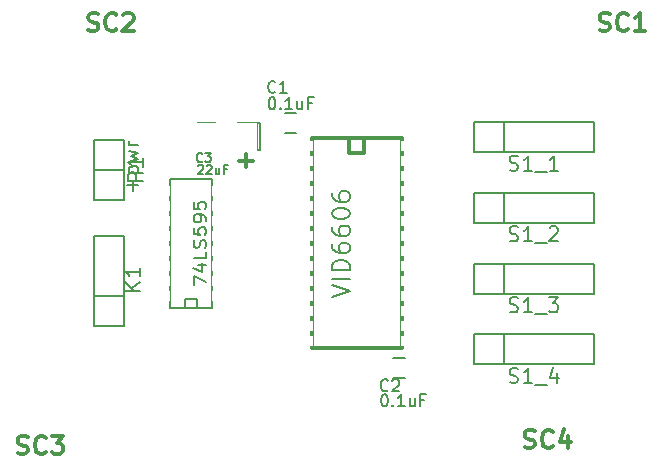
<source format=gto>
%FSLAX46Y46*%
G04 Gerber Fmt 4.6, Leading zero omitted, Abs format (unit mm)*
G04 Created by KiCad (PCBNEW (2014-09-22 BZR 5144)-product) date 10/3/2014 22:36:59*
%MOMM*%
G01*
G04 APERTURE LIST*
%ADD10C,0.100000*%
%ADD11C,0.200000*%
%ADD12C,0.300000*%
%ADD13C,0.150000*%
%ADD14C,0.203200*%
%ADD15C,0.127000*%
%ADD16C,0.304800*%
%ADD17C,0.152400*%
%ADD18R,1.920000X1.920000*%
%ADD19O,1.920000X1.920000*%
%ADD20R,1.543000X0.908000*%
%ADD21R,1.400000X1.650000*%
%ADD22R,1.924000X2.432000*%
%ADD23C,1.920000*%
%ADD24C,3.400000*%
%ADD25R,1.670000X0.908000*%
G04 APERTURE END LIST*
D10*
D11*
X164042714Y-100552000D02*
X164042714Y-99637714D01*
X164499857Y-100094857D02*
X163585571Y-100094857D01*
X163699857Y-99066286D02*
X164899857Y-99066286D01*
X163757000Y-99066286D02*
X163699857Y-98952000D01*
X163699857Y-98723429D01*
X163757000Y-98609143D01*
X163814143Y-98552000D01*
X163928429Y-98494857D01*
X164271286Y-98494857D01*
X164385571Y-98552000D01*
X164442714Y-98609143D01*
X164499857Y-98723429D01*
X164499857Y-98952000D01*
X164442714Y-99066286D01*
X163699857Y-98094857D02*
X164499857Y-97866286D01*
X163928429Y-97637715D01*
X164499857Y-97409143D01*
X163699857Y-97180572D01*
X164499857Y-96723429D02*
X163699857Y-96723429D01*
X163928429Y-96723429D02*
X163814143Y-96666286D01*
X163757000Y-96609143D01*
X163699857Y-96494857D01*
X163699857Y-96380572D01*
D12*
X173037572Y-98024143D02*
X174180429Y-98024143D01*
X173609000Y-98595571D02*
X173609000Y-97452714D01*
D13*
X163270000Y-98800000D02*
X160730000Y-98800000D01*
X163270000Y-101340000D02*
X160730000Y-101340000D01*
X160730000Y-101340000D02*
X160730000Y-98800000D01*
X160730000Y-98800000D02*
X160730000Y-96260000D01*
X160730000Y-96260000D02*
X163270000Y-96260000D01*
X163270000Y-96260000D02*
X163270000Y-101340000D01*
D14*
X167222000Y-110461000D02*
X167222000Y-99539000D01*
X167222000Y-99539000D02*
X170778000Y-99539000D01*
X170778000Y-99539000D02*
X170778000Y-110461000D01*
X170778000Y-110461000D02*
X167222000Y-110461000D01*
X168492000Y-110461000D02*
X168492000Y-109699000D01*
X168492000Y-109699000D02*
X169508000Y-109699000D01*
X169508000Y-109699000D02*
X169508000Y-110461000D01*
D13*
X176900000Y-95650000D02*
X177900000Y-95650000D01*
X177900000Y-93950000D02*
X176900000Y-93950000D01*
X187100000Y-114750000D02*
X186100000Y-114750000D01*
X186100000Y-116450000D02*
X187100000Y-116450000D01*
D15*
X174540000Y-97143000D02*
X174794000Y-97143000D01*
X174794000Y-97143000D02*
X174794000Y-94857000D01*
X174794000Y-94857000D02*
X174540000Y-94857000D01*
X174540000Y-97143000D02*
X174540000Y-94857000D01*
X174540000Y-94857000D02*
X172889000Y-94857000D01*
X171111000Y-97143000D02*
X169460000Y-97143000D01*
X169460000Y-97143000D02*
X169460000Y-94857000D01*
X169460000Y-94857000D02*
X171111000Y-94857000D01*
X172889000Y-97143000D02*
X174540000Y-97143000D01*
D13*
X160730000Y-109470000D02*
X160730000Y-104390000D01*
X160730000Y-104390000D02*
X163270000Y-104390000D01*
X163270000Y-104390000D02*
X163270000Y-109470000D01*
X163270000Y-112010000D02*
X163270000Y-109470000D01*
X163270000Y-109470000D02*
X160730000Y-109470000D01*
X163270000Y-112010000D02*
X160730000Y-112010000D01*
X160730000Y-112010000D02*
X160730000Y-109470000D01*
X195460000Y-94730000D02*
X203080000Y-94730000D01*
X195460000Y-97270000D02*
X203080000Y-97270000D01*
X192920000Y-97270000D02*
X195460000Y-97270000D01*
X203080000Y-94730000D02*
X203080000Y-97270000D01*
X195460000Y-97270000D02*
X195460000Y-94730000D01*
X192920000Y-97270000D02*
X192920000Y-94730000D01*
X192920000Y-94730000D02*
X195460000Y-94730000D01*
X195460000Y-100730000D02*
X203080000Y-100730000D01*
X195460000Y-103270000D02*
X203080000Y-103270000D01*
X192920000Y-103270000D02*
X195460000Y-103270000D01*
X203080000Y-100730000D02*
X203080000Y-103270000D01*
X195460000Y-103270000D02*
X195460000Y-100730000D01*
X192920000Y-103270000D02*
X192920000Y-100730000D01*
X192920000Y-100730000D02*
X195460000Y-100730000D01*
X195460000Y-106730000D02*
X203080000Y-106730000D01*
X195460000Y-109270000D02*
X203080000Y-109270000D01*
X192920000Y-109270000D02*
X195460000Y-109270000D01*
X203080000Y-106730000D02*
X203080000Y-109270000D01*
X195460000Y-109270000D02*
X195460000Y-106730000D01*
X192920000Y-109270000D02*
X192920000Y-106730000D01*
X192920000Y-106730000D02*
X195460000Y-106730000D01*
X195460000Y-112730000D02*
X203080000Y-112730000D01*
X195460000Y-115270000D02*
X203080000Y-115270000D01*
X192920000Y-115270000D02*
X195460000Y-115270000D01*
X203080000Y-112730000D02*
X203080000Y-115270000D01*
X195460000Y-115270000D02*
X195460000Y-112730000D01*
X192920000Y-115270000D02*
X192920000Y-112730000D01*
X192920000Y-112730000D02*
X195460000Y-112730000D01*
D16*
X185540000Y-113890000D02*
X179190000Y-113890000D01*
X179190000Y-113890000D02*
X179190000Y-96110000D01*
X179190000Y-96110000D02*
X186810000Y-96110000D01*
X186810000Y-96110000D02*
X186810000Y-113890000D01*
X186810000Y-113890000D02*
X185540000Y-113890000D01*
X183635000Y-96110000D02*
X183635000Y-97380000D01*
X183635000Y-97380000D02*
X182365000Y-97380000D01*
X182365000Y-97380000D02*
X182365000Y-96110000D01*
D14*
X164912524Y-99743381D02*
X163642524Y-99743381D01*
X163642524Y-99259572D01*
X163703000Y-99138619D01*
X163763476Y-99078143D01*
X163884429Y-99017667D01*
X164065857Y-99017667D01*
X164186810Y-99078143D01*
X164247286Y-99138619D01*
X164307762Y-99259572D01*
X164307762Y-99743381D01*
X164912524Y-97808143D02*
X164912524Y-98533857D01*
X164912524Y-98171000D02*
X163642524Y-98171000D01*
X163823952Y-98291952D01*
X163944905Y-98412905D01*
X164005381Y-98533857D01*
D15*
X169205619Y-108565070D02*
X169205619Y-107803070D01*
X170221619Y-108292927D01*
X169544286Y-106877785D02*
X170221619Y-106877785D01*
X169157238Y-107149928D02*
X169882952Y-107422071D01*
X169882952Y-106714499D01*
X170221619Y-105734785D02*
X170221619Y-106279071D01*
X169205619Y-106279071D01*
X170173238Y-105408214D02*
X170221619Y-105244928D01*
X170221619Y-104972785D01*
X170173238Y-104863928D01*
X170124857Y-104809499D01*
X170028095Y-104755071D01*
X169931333Y-104755071D01*
X169834571Y-104809499D01*
X169786190Y-104863928D01*
X169737810Y-104972785D01*
X169689429Y-105190499D01*
X169641048Y-105299357D01*
X169592667Y-105353785D01*
X169495905Y-105408214D01*
X169399143Y-105408214D01*
X169302381Y-105353785D01*
X169254000Y-105299357D01*
X169205619Y-105190499D01*
X169205619Y-104918357D01*
X169254000Y-104755071D01*
X169205619Y-103720928D02*
X169205619Y-104265214D01*
X169689429Y-104319643D01*
X169641048Y-104265214D01*
X169592667Y-104156357D01*
X169592667Y-103884214D01*
X169641048Y-103775357D01*
X169689429Y-103720928D01*
X169786190Y-103666500D01*
X170028095Y-103666500D01*
X170124857Y-103720928D01*
X170173238Y-103775357D01*
X170221619Y-103884214D01*
X170221619Y-104156357D01*
X170173238Y-104265214D01*
X170124857Y-104319643D01*
X170221619Y-103122215D02*
X170221619Y-102904500D01*
X170173238Y-102795643D01*
X170124857Y-102741215D01*
X169979714Y-102632357D01*
X169786190Y-102577929D01*
X169399143Y-102577929D01*
X169302381Y-102632357D01*
X169254000Y-102686786D01*
X169205619Y-102795643D01*
X169205619Y-103013357D01*
X169254000Y-103122215D01*
X169302381Y-103176643D01*
X169399143Y-103231072D01*
X169641048Y-103231072D01*
X169737810Y-103176643D01*
X169786190Y-103122215D01*
X169834571Y-103013357D01*
X169834571Y-102795643D01*
X169786190Y-102686786D01*
X169737810Y-102632357D01*
X169641048Y-102577929D01*
X169205619Y-101543786D02*
X169205619Y-102088072D01*
X169689429Y-102142501D01*
X169641048Y-102088072D01*
X169592667Y-101979215D01*
X169592667Y-101707072D01*
X169641048Y-101598215D01*
X169689429Y-101543786D01*
X169786190Y-101489358D01*
X170028095Y-101489358D01*
X170124857Y-101543786D01*
X170173238Y-101598215D01*
X170221619Y-101707072D01*
X170221619Y-101979215D01*
X170173238Y-102088072D01*
X170124857Y-102142501D01*
D13*
X176109334Y-92178143D02*
X176061715Y-92225762D01*
X175918858Y-92273381D01*
X175823620Y-92273381D01*
X175680762Y-92225762D01*
X175585524Y-92130524D01*
X175537905Y-92035286D01*
X175490286Y-91844810D01*
X175490286Y-91701952D01*
X175537905Y-91511476D01*
X175585524Y-91416238D01*
X175680762Y-91321000D01*
X175823620Y-91273381D01*
X175918858Y-91273381D01*
X176061715Y-91321000D01*
X176109334Y-91368619D01*
X177061715Y-92273381D02*
X176490286Y-92273381D01*
X176776000Y-92273381D02*
X176776000Y-91273381D01*
X176680762Y-91416238D01*
X176585524Y-91511476D01*
X176490286Y-91559095D01*
X175776143Y-92670381D02*
X175871382Y-92670381D01*
X175966620Y-92718000D01*
X176014239Y-92765619D01*
X176061858Y-92860857D01*
X176109477Y-93051333D01*
X176109477Y-93289429D01*
X176061858Y-93479905D01*
X176014239Y-93575143D01*
X175966620Y-93622762D01*
X175871382Y-93670381D01*
X175776143Y-93670381D01*
X175680905Y-93622762D01*
X175633286Y-93575143D01*
X175585667Y-93479905D01*
X175538048Y-93289429D01*
X175538048Y-93051333D01*
X175585667Y-92860857D01*
X175633286Y-92765619D01*
X175680905Y-92718000D01*
X175776143Y-92670381D01*
X176538048Y-93575143D02*
X176585667Y-93622762D01*
X176538048Y-93670381D01*
X176490429Y-93622762D01*
X176538048Y-93575143D01*
X176538048Y-93670381D01*
X177538048Y-93670381D02*
X176966619Y-93670381D01*
X177252333Y-93670381D02*
X177252333Y-92670381D01*
X177157095Y-92813238D01*
X177061857Y-92908476D01*
X176966619Y-92956095D01*
X178395191Y-93003714D02*
X178395191Y-93670381D01*
X177966619Y-93003714D02*
X177966619Y-93527524D01*
X178014238Y-93622762D01*
X178109476Y-93670381D01*
X178252334Y-93670381D01*
X178347572Y-93622762D01*
X178395191Y-93575143D01*
X179204715Y-93146571D02*
X178871381Y-93146571D01*
X178871381Y-93670381D02*
X178871381Y-92670381D01*
X179347572Y-92670381D01*
X185634334Y-117451143D02*
X185586715Y-117498762D01*
X185443858Y-117546381D01*
X185348620Y-117546381D01*
X185205762Y-117498762D01*
X185110524Y-117403524D01*
X185062905Y-117308286D01*
X185015286Y-117117810D01*
X185015286Y-116974952D01*
X185062905Y-116784476D01*
X185110524Y-116689238D01*
X185205762Y-116594000D01*
X185348620Y-116546381D01*
X185443858Y-116546381D01*
X185586715Y-116594000D01*
X185634334Y-116641619D01*
X186015286Y-116641619D02*
X186062905Y-116594000D01*
X186158143Y-116546381D01*
X186396239Y-116546381D01*
X186491477Y-116594000D01*
X186539096Y-116641619D01*
X186586715Y-116736857D01*
X186586715Y-116832095D01*
X186539096Y-116974952D01*
X185967667Y-117546381D01*
X186586715Y-117546381D01*
X185301143Y-117816381D02*
X185396382Y-117816381D01*
X185491620Y-117864000D01*
X185539239Y-117911619D01*
X185586858Y-118006857D01*
X185634477Y-118197333D01*
X185634477Y-118435429D01*
X185586858Y-118625905D01*
X185539239Y-118721143D01*
X185491620Y-118768762D01*
X185396382Y-118816381D01*
X185301143Y-118816381D01*
X185205905Y-118768762D01*
X185158286Y-118721143D01*
X185110667Y-118625905D01*
X185063048Y-118435429D01*
X185063048Y-118197333D01*
X185110667Y-118006857D01*
X185158286Y-117911619D01*
X185205905Y-117864000D01*
X185301143Y-117816381D01*
X186063048Y-118721143D02*
X186110667Y-118768762D01*
X186063048Y-118816381D01*
X186015429Y-118768762D01*
X186063048Y-118721143D01*
X186063048Y-118816381D01*
X187063048Y-118816381D02*
X186491619Y-118816381D01*
X186777333Y-118816381D02*
X186777333Y-117816381D01*
X186682095Y-117959238D01*
X186586857Y-118054476D01*
X186491619Y-118102095D01*
X187920191Y-118149714D02*
X187920191Y-118816381D01*
X187491619Y-118149714D02*
X187491619Y-118673524D01*
X187539238Y-118768762D01*
X187634476Y-118816381D01*
X187777334Y-118816381D01*
X187872572Y-118768762D01*
X187920191Y-118721143D01*
X188729715Y-118292571D02*
X188396381Y-118292571D01*
X188396381Y-118816381D02*
X188396381Y-117816381D01*
X188872572Y-117816381D01*
D15*
X169926000Y-98062143D02*
X169889714Y-98098429D01*
X169780857Y-98134714D01*
X169708286Y-98134714D01*
X169599429Y-98098429D01*
X169526857Y-98025857D01*
X169490572Y-97953286D01*
X169454286Y-97808143D01*
X169454286Y-97699286D01*
X169490572Y-97554143D01*
X169526857Y-97481571D01*
X169599429Y-97409000D01*
X169708286Y-97372714D01*
X169780857Y-97372714D01*
X169889714Y-97409000D01*
X169926000Y-97445286D01*
X170180000Y-97372714D02*
X170651714Y-97372714D01*
X170397714Y-97663000D01*
X170506572Y-97663000D01*
X170579143Y-97699286D01*
X170615429Y-97735571D01*
X170651714Y-97808143D01*
X170651714Y-97989571D01*
X170615429Y-98062143D01*
X170579143Y-98098429D01*
X170506572Y-98134714D01*
X170288857Y-98134714D01*
X170216286Y-98098429D01*
X170180000Y-98062143D01*
X169563143Y-98461286D02*
X169599429Y-98425000D01*
X169672000Y-98388714D01*
X169853429Y-98388714D01*
X169926000Y-98425000D01*
X169962286Y-98461286D01*
X169998571Y-98533857D01*
X169998571Y-98606429D01*
X169962286Y-98715286D01*
X169526857Y-99150714D01*
X169998571Y-99150714D01*
X170288857Y-98461286D02*
X170325143Y-98425000D01*
X170397714Y-98388714D01*
X170579143Y-98388714D01*
X170651714Y-98425000D01*
X170688000Y-98461286D01*
X170724285Y-98533857D01*
X170724285Y-98606429D01*
X170688000Y-98715286D01*
X170252571Y-99150714D01*
X170724285Y-99150714D01*
X171377428Y-98642714D02*
X171377428Y-99150714D01*
X171050857Y-98642714D02*
X171050857Y-99041857D01*
X171087142Y-99114429D01*
X171159714Y-99150714D01*
X171268571Y-99150714D01*
X171341142Y-99114429D01*
X171377428Y-99078143D01*
X171994286Y-98751571D02*
X171740286Y-98751571D01*
X171740286Y-99150714D02*
X171740286Y-98388714D01*
X172103143Y-98388714D01*
D14*
X164658524Y-109014381D02*
X163388524Y-109014381D01*
X164658524Y-108288667D02*
X163932810Y-108832952D01*
X163388524Y-108288667D02*
X164114238Y-109014381D01*
X164658524Y-107079143D02*
X164658524Y-107804857D01*
X164658524Y-107442000D02*
X163388524Y-107442000D01*
X163569952Y-107562952D01*
X163690905Y-107683905D01*
X163751381Y-107804857D01*
X195943810Y-98800048D02*
X196125238Y-98860524D01*
X196427619Y-98860524D01*
X196548572Y-98800048D01*
X196609048Y-98739571D01*
X196669524Y-98618619D01*
X196669524Y-98497667D01*
X196609048Y-98376714D01*
X196548572Y-98316238D01*
X196427619Y-98255762D01*
X196185715Y-98195286D01*
X196064762Y-98134810D01*
X196004286Y-98074333D01*
X195943810Y-97953381D01*
X195943810Y-97832429D01*
X196004286Y-97711476D01*
X196064762Y-97651000D01*
X196185715Y-97590524D01*
X196488095Y-97590524D01*
X196669524Y-97651000D01*
X197879048Y-98860524D02*
X197153334Y-98860524D01*
X197516191Y-98860524D02*
X197516191Y-97590524D01*
X197395239Y-97771952D01*
X197274286Y-97892905D01*
X197153334Y-97953381D01*
X198120953Y-98981476D02*
X199088572Y-98981476D01*
X200056191Y-98860524D02*
X199330477Y-98860524D01*
X199693334Y-98860524D02*
X199693334Y-97590524D01*
X199572382Y-97771952D01*
X199451429Y-97892905D01*
X199330477Y-97953381D01*
X195943810Y-104800048D02*
X196125238Y-104860524D01*
X196427619Y-104860524D01*
X196548572Y-104800048D01*
X196609048Y-104739571D01*
X196669524Y-104618619D01*
X196669524Y-104497667D01*
X196609048Y-104376714D01*
X196548572Y-104316238D01*
X196427619Y-104255762D01*
X196185715Y-104195286D01*
X196064762Y-104134810D01*
X196004286Y-104074333D01*
X195943810Y-103953381D01*
X195943810Y-103832429D01*
X196004286Y-103711476D01*
X196064762Y-103651000D01*
X196185715Y-103590524D01*
X196488095Y-103590524D01*
X196669524Y-103651000D01*
X197879048Y-104860524D02*
X197153334Y-104860524D01*
X197516191Y-104860524D02*
X197516191Y-103590524D01*
X197395239Y-103771952D01*
X197274286Y-103892905D01*
X197153334Y-103953381D01*
X198120953Y-104981476D02*
X199088572Y-104981476D01*
X199330477Y-103711476D02*
X199390953Y-103651000D01*
X199511905Y-103590524D01*
X199814286Y-103590524D01*
X199935239Y-103651000D01*
X199995715Y-103711476D01*
X200056191Y-103832429D01*
X200056191Y-103953381D01*
X199995715Y-104134810D01*
X199270001Y-104860524D01*
X200056191Y-104860524D01*
X195943810Y-110800048D02*
X196125238Y-110860524D01*
X196427619Y-110860524D01*
X196548572Y-110800048D01*
X196609048Y-110739571D01*
X196669524Y-110618619D01*
X196669524Y-110497667D01*
X196609048Y-110376714D01*
X196548572Y-110316238D01*
X196427619Y-110255762D01*
X196185715Y-110195286D01*
X196064762Y-110134810D01*
X196004286Y-110074333D01*
X195943810Y-109953381D01*
X195943810Y-109832429D01*
X196004286Y-109711476D01*
X196064762Y-109651000D01*
X196185715Y-109590524D01*
X196488095Y-109590524D01*
X196669524Y-109651000D01*
X197879048Y-110860524D02*
X197153334Y-110860524D01*
X197516191Y-110860524D02*
X197516191Y-109590524D01*
X197395239Y-109771952D01*
X197274286Y-109892905D01*
X197153334Y-109953381D01*
X198120953Y-110981476D02*
X199088572Y-110981476D01*
X199270001Y-109590524D02*
X200056191Y-109590524D01*
X199632858Y-110074333D01*
X199814286Y-110074333D01*
X199935239Y-110134810D01*
X199995715Y-110195286D01*
X200056191Y-110316238D01*
X200056191Y-110618619D01*
X199995715Y-110739571D01*
X199935239Y-110800048D01*
X199814286Y-110860524D01*
X199451429Y-110860524D01*
X199330477Y-110800048D01*
X199270001Y-110739571D01*
X195943810Y-116800048D02*
X196125238Y-116860524D01*
X196427619Y-116860524D01*
X196548572Y-116800048D01*
X196609048Y-116739571D01*
X196669524Y-116618619D01*
X196669524Y-116497667D01*
X196609048Y-116376714D01*
X196548572Y-116316238D01*
X196427619Y-116255762D01*
X196185715Y-116195286D01*
X196064762Y-116134810D01*
X196004286Y-116074333D01*
X195943810Y-115953381D01*
X195943810Y-115832429D01*
X196004286Y-115711476D01*
X196064762Y-115651000D01*
X196185715Y-115590524D01*
X196488095Y-115590524D01*
X196669524Y-115651000D01*
X197879048Y-116860524D02*
X197153334Y-116860524D01*
X197516191Y-116860524D02*
X197516191Y-115590524D01*
X197395239Y-115771952D01*
X197274286Y-115892905D01*
X197153334Y-115953381D01*
X198120953Y-116981476D02*
X199088572Y-116981476D01*
X199935239Y-116013857D02*
X199935239Y-116860524D01*
X199632858Y-115530048D02*
X199330477Y-116437190D01*
X200116667Y-116437190D01*
D16*
X203562857Y-86976857D02*
X203780571Y-87049429D01*
X204143428Y-87049429D01*
X204288571Y-86976857D01*
X204361142Y-86904286D01*
X204433714Y-86759143D01*
X204433714Y-86614000D01*
X204361142Y-86468857D01*
X204288571Y-86396286D01*
X204143428Y-86323714D01*
X203853142Y-86251143D01*
X203708000Y-86178571D01*
X203635428Y-86106000D01*
X203562857Y-85960857D01*
X203562857Y-85815714D01*
X203635428Y-85670571D01*
X203708000Y-85598000D01*
X203853142Y-85525429D01*
X204216000Y-85525429D01*
X204433714Y-85598000D01*
X205957714Y-86904286D02*
X205885143Y-86976857D01*
X205667429Y-87049429D01*
X205522286Y-87049429D01*
X205304571Y-86976857D01*
X205159429Y-86831714D01*
X205086857Y-86686571D01*
X205014286Y-86396286D01*
X205014286Y-86178571D01*
X205086857Y-85888286D01*
X205159429Y-85743143D01*
X205304571Y-85598000D01*
X205522286Y-85525429D01*
X205667429Y-85525429D01*
X205885143Y-85598000D01*
X205957714Y-85670571D01*
X207409143Y-87049429D02*
X206538286Y-87049429D01*
X206973714Y-87049429D02*
X206973714Y-85525429D01*
X206828571Y-85743143D01*
X206683429Y-85888286D01*
X206538286Y-85960857D01*
X160255857Y-86976857D02*
X160473571Y-87049429D01*
X160836428Y-87049429D01*
X160981571Y-86976857D01*
X161054142Y-86904286D01*
X161126714Y-86759143D01*
X161126714Y-86614000D01*
X161054142Y-86468857D01*
X160981571Y-86396286D01*
X160836428Y-86323714D01*
X160546142Y-86251143D01*
X160401000Y-86178571D01*
X160328428Y-86106000D01*
X160255857Y-85960857D01*
X160255857Y-85815714D01*
X160328428Y-85670571D01*
X160401000Y-85598000D01*
X160546142Y-85525429D01*
X160909000Y-85525429D01*
X161126714Y-85598000D01*
X162650714Y-86904286D02*
X162578143Y-86976857D01*
X162360429Y-87049429D01*
X162215286Y-87049429D01*
X161997571Y-86976857D01*
X161852429Y-86831714D01*
X161779857Y-86686571D01*
X161707286Y-86396286D01*
X161707286Y-86178571D01*
X161779857Y-85888286D01*
X161852429Y-85743143D01*
X161997571Y-85598000D01*
X162215286Y-85525429D01*
X162360429Y-85525429D01*
X162578143Y-85598000D01*
X162650714Y-85670571D01*
X163231286Y-85670571D02*
X163303857Y-85598000D01*
X163449000Y-85525429D01*
X163811857Y-85525429D01*
X163957000Y-85598000D01*
X164029571Y-85670571D01*
X164102143Y-85815714D01*
X164102143Y-85960857D01*
X164029571Y-86178571D01*
X163158714Y-87049429D01*
X164102143Y-87049429D01*
X154286857Y-122790857D02*
X154504571Y-122863429D01*
X154867428Y-122863429D01*
X155012571Y-122790857D01*
X155085142Y-122718286D01*
X155157714Y-122573143D01*
X155157714Y-122428000D01*
X155085142Y-122282857D01*
X155012571Y-122210286D01*
X154867428Y-122137714D01*
X154577142Y-122065143D01*
X154432000Y-121992571D01*
X154359428Y-121920000D01*
X154286857Y-121774857D01*
X154286857Y-121629714D01*
X154359428Y-121484571D01*
X154432000Y-121412000D01*
X154577142Y-121339429D01*
X154940000Y-121339429D01*
X155157714Y-121412000D01*
X156681714Y-122718286D02*
X156609143Y-122790857D01*
X156391429Y-122863429D01*
X156246286Y-122863429D01*
X156028571Y-122790857D01*
X155883429Y-122645714D01*
X155810857Y-122500571D01*
X155738286Y-122210286D01*
X155738286Y-121992571D01*
X155810857Y-121702286D01*
X155883429Y-121557143D01*
X156028571Y-121412000D01*
X156246286Y-121339429D01*
X156391429Y-121339429D01*
X156609143Y-121412000D01*
X156681714Y-121484571D01*
X157189714Y-121339429D02*
X158133143Y-121339429D01*
X157625143Y-121920000D01*
X157842857Y-121920000D01*
X157988000Y-121992571D01*
X158060571Y-122065143D01*
X158133143Y-122210286D01*
X158133143Y-122573143D01*
X158060571Y-122718286D01*
X157988000Y-122790857D01*
X157842857Y-122863429D01*
X157407429Y-122863429D01*
X157262286Y-122790857D01*
X157189714Y-122718286D01*
X197212857Y-122282857D02*
X197430571Y-122355429D01*
X197793428Y-122355429D01*
X197938571Y-122282857D01*
X198011142Y-122210286D01*
X198083714Y-122065143D01*
X198083714Y-121920000D01*
X198011142Y-121774857D01*
X197938571Y-121702286D01*
X197793428Y-121629714D01*
X197503142Y-121557143D01*
X197358000Y-121484571D01*
X197285428Y-121412000D01*
X197212857Y-121266857D01*
X197212857Y-121121714D01*
X197285428Y-120976571D01*
X197358000Y-120904000D01*
X197503142Y-120831429D01*
X197866000Y-120831429D01*
X198083714Y-120904000D01*
X199607714Y-122210286D02*
X199535143Y-122282857D01*
X199317429Y-122355429D01*
X199172286Y-122355429D01*
X198954571Y-122282857D01*
X198809429Y-122137714D01*
X198736857Y-121992571D01*
X198664286Y-121702286D01*
X198664286Y-121484571D01*
X198736857Y-121194286D01*
X198809429Y-121049143D01*
X198954571Y-120904000D01*
X199172286Y-120831429D01*
X199317429Y-120831429D01*
X199535143Y-120904000D01*
X199607714Y-120976571D01*
X200914000Y-121339429D02*
X200914000Y-122355429D01*
X200551143Y-120758857D02*
X200188286Y-121847429D01*
X201131714Y-121847429D01*
D17*
X180895429Y-109535715D02*
X182419429Y-109027715D01*
X180895429Y-108519715D01*
X182419429Y-108011715D02*
X180895429Y-108011715D01*
X182419429Y-107286001D02*
X180895429Y-107286001D01*
X180895429Y-106923144D01*
X180968000Y-106705429D01*
X181113143Y-106560287D01*
X181258286Y-106487715D01*
X181548571Y-106415144D01*
X181766286Y-106415144D01*
X182056571Y-106487715D01*
X182201714Y-106560287D01*
X182346857Y-106705429D01*
X182419429Y-106923144D01*
X182419429Y-107286001D01*
X180895429Y-105108858D02*
X180895429Y-105399144D01*
X180968000Y-105544287D01*
X181040571Y-105616858D01*
X181258286Y-105762001D01*
X181548571Y-105834572D01*
X182129143Y-105834572D01*
X182274286Y-105762001D01*
X182346857Y-105689429D01*
X182419429Y-105544287D01*
X182419429Y-105254001D01*
X182346857Y-105108858D01*
X182274286Y-105036287D01*
X182129143Y-104963715D01*
X181766286Y-104963715D01*
X181621143Y-105036287D01*
X181548571Y-105108858D01*
X181476000Y-105254001D01*
X181476000Y-105544287D01*
X181548571Y-105689429D01*
X181621143Y-105762001D01*
X181766286Y-105834572D01*
X180895429Y-103657429D02*
X180895429Y-103947715D01*
X180968000Y-104092858D01*
X181040571Y-104165429D01*
X181258286Y-104310572D01*
X181548571Y-104383143D01*
X182129143Y-104383143D01*
X182274286Y-104310572D01*
X182346857Y-104238000D01*
X182419429Y-104092858D01*
X182419429Y-103802572D01*
X182346857Y-103657429D01*
X182274286Y-103584858D01*
X182129143Y-103512286D01*
X181766286Y-103512286D01*
X181621143Y-103584858D01*
X181548571Y-103657429D01*
X181476000Y-103802572D01*
X181476000Y-104092858D01*
X181548571Y-104238000D01*
X181621143Y-104310572D01*
X181766286Y-104383143D01*
X180895429Y-102568857D02*
X180895429Y-102423714D01*
X180968000Y-102278571D01*
X181040571Y-102206000D01*
X181185714Y-102133429D01*
X181476000Y-102060857D01*
X181838857Y-102060857D01*
X182129143Y-102133429D01*
X182274286Y-102206000D01*
X182346857Y-102278571D01*
X182419429Y-102423714D01*
X182419429Y-102568857D01*
X182346857Y-102714000D01*
X182274286Y-102786571D01*
X182129143Y-102859143D01*
X181838857Y-102931714D01*
X181476000Y-102931714D01*
X181185714Y-102859143D01*
X181040571Y-102786571D01*
X180968000Y-102714000D01*
X180895429Y-102568857D01*
X180895429Y-100754571D02*
X180895429Y-101044857D01*
X180968000Y-101190000D01*
X181040571Y-101262571D01*
X181258286Y-101407714D01*
X181548571Y-101480285D01*
X182129143Y-101480285D01*
X182274286Y-101407714D01*
X182346857Y-101335142D01*
X182419429Y-101190000D01*
X182419429Y-100899714D01*
X182346857Y-100754571D01*
X182274286Y-100682000D01*
X182129143Y-100609428D01*
X181766286Y-100609428D01*
X181621143Y-100682000D01*
X181548571Y-100754571D01*
X181476000Y-100899714D01*
X181476000Y-101190000D01*
X181548571Y-101335142D01*
X181621143Y-101407714D01*
X181766286Y-101480285D01*
%LPC*%
D18*
X162000000Y-100070000D03*
D19*
X162000000Y-97530000D03*
D20*
X171540000Y-109445000D03*
X171540000Y-108175000D03*
X171540000Y-106905000D03*
X171540000Y-105635000D03*
X171540000Y-104365000D03*
X171540000Y-103095000D03*
X171540000Y-101825000D03*
X171540000Y-100555000D03*
X166460000Y-100555000D03*
X166460000Y-101825000D03*
X166460000Y-103095000D03*
X166460000Y-104365000D03*
X166460000Y-105635000D03*
X166460000Y-106905000D03*
X166460000Y-108175000D03*
X166460000Y-109445000D03*
D21*
X178400000Y-94800000D03*
X176400000Y-94800000D03*
X185600000Y-115600000D03*
X187600000Y-115600000D03*
D22*
X173651000Y-96000000D03*
X170349000Y-96000000D03*
D18*
X162000000Y-110740000D03*
D23*
X162000000Y-108200000D03*
X162000000Y-105660000D03*
X194190000Y-96000000D03*
X196730000Y-96000000D03*
X199270000Y-96000000D03*
X201810000Y-96000000D03*
X194190000Y-102000000D03*
X196730000Y-102000000D03*
X199270000Y-102000000D03*
X201810000Y-102000000D03*
X194190000Y-108000000D03*
X196730000Y-108000000D03*
X199270000Y-108000000D03*
X201810000Y-108000000D03*
X194190000Y-114000000D03*
X196730000Y-114000000D03*
X199270000Y-114000000D03*
X201810000Y-114000000D03*
D24*
X205486000Y-91440000D03*
X162179000Y-91440000D03*
X162179000Y-117475000D03*
X205486000Y-117475000D03*
D25*
X178428000Y-96745000D03*
X178428000Y-98015000D03*
X178428000Y-99285000D03*
X178428000Y-100555000D03*
X178428000Y-101825000D03*
X178428000Y-103095000D03*
X178428000Y-104365000D03*
X178428000Y-105635000D03*
X178428000Y-106905000D03*
X178428000Y-108175000D03*
X178428000Y-109445000D03*
X178428000Y-110715000D03*
X178428000Y-111985000D03*
X178428000Y-113255000D03*
X187572000Y-113255000D03*
X187572000Y-111985000D03*
X187572000Y-110715000D03*
X187572000Y-109445000D03*
X187572000Y-108175000D03*
X187572000Y-106905000D03*
X187572000Y-105635000D03*
X187572000Y-104365000D03*
X187572000Y-103095000D03*
X187572000Y-101825000D03*
X187572000Y-100555000D03*
X187572000Y-99285000D03*
X187572000Y-98015000D03*
X187572000Y-96745000D03*
M02*

</source>
